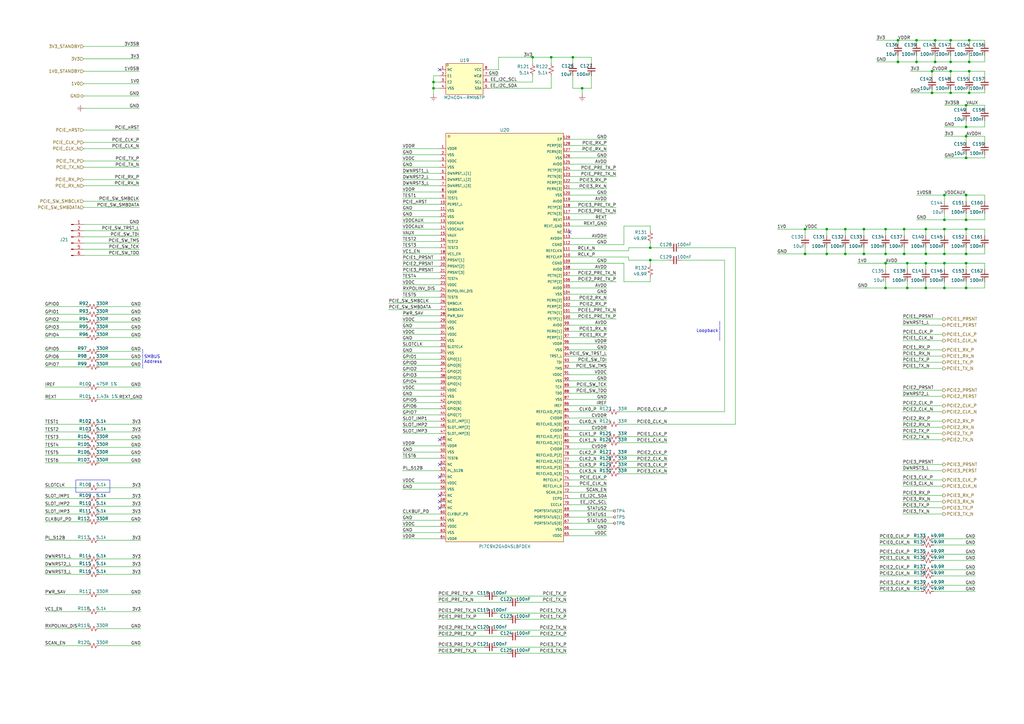
<source format=kicad_sch>
(kicad_sch (version 20250114) (generator "eeschema") (generator_version "9.0")
  (paper "A3")
  (rectangle (start 31.115 196.85) (end 45.085 201.93))
  (text "SMBUS\nAddress" (at 59.055 149.225 0) (effects (font (size 1.27 1.27)) (justify left bottom)))
  (text "Loopback" (at 294.64 136.525 0) (effects (font (size 1.27 1.27)) (justify right bottom)))
  (text "|\n|\n|\n|" (at 295.91 139.7 0) (effects (font (size 1.27 1.27)) (justify right bottom)))
  (text "|\n|\n|\n|" (at 57.785 151.13 0) (effects (font (size 1.27 1.27)) (justify left bottom)))
  (junction (at 379.73 118.11))
  (junction (at 368.3 16.51))
  (junction (at 389.89 29.21))
  (junction (at 354.33 104.14))
  (junction (at 383.54 16.51))
  (junction (at 354.33 93.98))
  (junction (at 396.24 43.18))
  (junction (at 383.54 25.4))
  (junction (at 389.89 25.4))
  (junction (at 363.22 93.98))
  (junction (at 266.7 101.6))
  (junction (at 226.06 23.495))
  (junction (at 375.92 16.51))
  (junction (at 387.35 118.11))
  (junction (at 370.84 93.98))
  (junction (at 387.35 90.17))
  (junction (at 379.73 93.98))
  (junction (at 339.09 104.14))
  (junction (at 396.24 90.17))
  (junction (at 346.71 93.98))
  (junction (at 382.27 29.21))
  (junction (at 368.3 25.4))
  (junction (at 363.22 104.14))
  (junction (at 382.27 38.1))
  (junction (at 387.35 80.01))
  (junction (at 397.51 29.21))
  (junction (at 387.35 104.14))
  (junction (at 330.2 93.98))
  (junction (at 238.76 36.195))
  (junction (at 266.7 106.68))
  (junction (at 363.22 107.95))
  (junction (at 396.24 55.88))
  (junction (at 397.51 25.4))
  (junction (at 234.95 23.495))
  (junction (at 389.89 16.51))
  (junction (at 372.11 118.11))
  (junction (at 396.24 93.98))
  (junction (at 330.2 104.14))
  (junction (at 363.22 118.11))
  (junction (at 396.24 52.07))
  (junction (at 387.35 107.95))
  (junction (at 397.51 16.51))
  (junction (at 397.51 38.1))
  (junction (at 177.8 36.195))
  (junction (at 375.92 25.4))
  (junction (at 396.24 118.11))
  (junction (at 389.89 38.1))
  (junction (at 379.73 107.95))
  (junction (at 339.09 93.98))
  (junction (at 396.24 104.14))
  (junction (at 370.84 104.14))
  (junction (at 177.8 33.655))
  (junction (at 218.44 23.495))
  (junction (at 346.71 104.14))
  (junction (at 396.24 64.77))
  (junction (at 396.24 107.95))
  (junction (at 379.73 104.14))
  (junction (at 372.11 107.95))
  (junction (at 396.24 80.01))
  (junction (at 387.35 93.98))
  (no_connect (at 180.34 205.74))
  (no_connect (at 180.34 208.28))
  (no_connect (at 180.34 203.2))
  (no_connect (at 180.34 28.575))
  (no_connect (at 180.34 190.5))
  (no_connect (at 180.34 180.34))
  (no_connect (at 233.68 95.25))
  (no_connect (at 180.34 195.58))
  (wire (pts (xy 177.8 31.115) (xy 177.8 33.655)))
  (wire (pts (xy 35.56 213.995) (xy 18.415 213.995)))
  (wire (pts (xy 396.24 52.07) (xy 403.86 52.07)))
  (wire (pts (xy 179.705 267.97) (xy 208.28 267.97)))
  (wire (pts (xy 318.77 104.14) (xy 330.2 104.14)))
  (wire (pts (xy 165.1 60.96) (xy 180.34 60.96)))
  (wire (pts (xy 57.15 58.42) (xy 34.29 58.42)))
  (wire (pts (xy 403.86 44.45) (xy 403.86 43.18)))
  (wire (pts (xy 57.15 85.09) (xy 34.29 85.09)))
  (wire (pts (xy 40.64 135.255) (xy 57.785 135.255)))
  (wire (pts (xy 40.64 186.69) (xy 57.785 186.69)))
  (wire (pts (xy 382.27 38.1) (xy 389.89 38.1)))
  (wire (pts (xy 387.35 64.77) (xy 396.24 64.77)))
  (wire (pts (xy 254 194.31) (xy 273.685 194.31)))
  (wire (pts (xy 403.86 104.14) (xy 396.24 104.14)))
  (wire (pts (xy 180.34 149.86) (xy 165.1 149.86)))
  (wire (pts (xy 40.64 232.41) (xy 57.785 232.41)))
  (wire (pts (xy 233.68 171.45) (xy 248.92 171.45)))
  (wire (pts (xy 387.35 101.6) (xy 387.35 104.14)))
  (wire (pts (xy 233.68 153.67) (xy 248.92 153.67)))
  (wire (pts (xy 397.51 25.4) (xy 403.86 25.4)))
  (wire (pts (xy 40.64 257.81) (xy 57.785 257.81)))
  (wire (pts (xy 375.92 17.78) (xy 375.92 16.51)))
  (wire (pts (xy 180.34 198.12) (xy 165.1 198.12)))
  (wire (pts (xy 57.15 66.04) (xy 34.29 66.04)))
  (wire (pts (xy 57.15 60.96) (xy 34.29 60.96)))
  (wire (pts (xy 40.64 229.235) (xy 57.785 229.235)))
  (wire (pts (xy 363.22 107.95) (xy 363.22 110.49)))
  (wire (pts (xy 35.56 229.235) (xy 18.415 229.235)))
  (wire (pts (xy 387.35 115.57) (xy 387.35 118.11)))
  (wire (pts (xy 180.34 101.6) (xy 165.1 101.6)))
  (wire (pts (xy 377.825 223.52) (xy 360.68 223.52)))
  (wire (pts (xy 386.715 210.82) (xy 370.205 210.82)))
  (wire (pts (xy 233.68 85.09) (xy 252.73 85.09)))
  (wire (pts (xy 218.44 33.655) (xy 218.44 31.115)))
  (wire (pts (xy 403.86 118.11) (xy 396.24 118.11)))
  (wire (pts (xy 386.715 148.59) (xy 370.205 148.59)))
  (wire (pts (xy 233.68 82.55) (xy 248.92 82.55)))
  (wire (pts (xy 387.35 107.95) (xy 387.35 110.49)))
  (wire (pts (xy 233.68 67.31) (xy 248.92 67.31)))
  (wire (pts (xy 368.3 22.86) (xy 368.3 25.4)))
  (wire (pts (xy 233.68 87.63) (xy 252.73 87.63)))
  (wire (pts (xy 403.86 115.57) (xy 403.86 118.11)))
  (wire (pts (xy 233.68 125.73) (xy 248.92 125.73)))
  (wire (pts (xy 266.7 101.6) (xy 274.32 101.6)))
  (wire (pts (xy 375.92 80.01) (xy 387.35 80.01)))
  (wire (pts (xy 180.34 91.44) (xy 165.1 91.44)))
  (wire (pts (xy 200.66 36.195) (xy 226.06 36.195)))
  (wire (pts (xy 233.68 207.01) (xy 248.92 207.01)))
  (wire (pts (xy 40.64 207.645) (xy 57.785 207.645)))
  (wire (pts (xy 386.715 208.28) (xy 370.205 208.28)))
  (wire (pts (xy 354.33 93.98) (xy 363.22 93.98)))
  (wire (pts (xy 396.24 55.88) (xy 396.24 58.42)))
  (wire (pts (xy 387.35 80.01) (xy 387.35 82.55)))
  (wire (pts (xy 339.09 101.6) (xy 339.09 104.14)))
  (wire (pts (xy 180.34 177.8) (xy 165.1 177.8)))
  (wire (pts (xy 242.57 31.115) (xy 242.57 36.195)))
  (wire (pts (xy 233.68 217.17) (xy 248.92 217.17)))
  (wire (pts (xy 180.34 93.98) (xy 165.1 93.98)))
  (wire (pts (xy 387.35 90.17) (xy 387.35 87.63)))
  (wire (pts (xy 35.56 243.84) (xy 18.415 243.84)))
  (wire (pts (xy 255.905 107.95) (xy 255.905 115.57)))
  (wire (pts (xy 396.24 55.88) (xy 403.86 55.88)))
  (wire (pts (xy 233.68 140.97) (xy 248.92 140.97)))
  (wire (pts (xy 266.7 115.57) (xy 266.7 113.665)))
  (wire (pts (xy 377.825 227.33) (xy 360.68 227.33)))
  (wire (pts (xy 35.56 207.645) (xy 18.415 207.645)))
  (wire (pts (xy 34.29 97.155) (xy 57.15 97.155)))
  (wire (pts (xy 35.56 135.255) (xy 18.415 135.255)))
  (wire (pts (xy 375.92 16.51) (xy 383.54 16.51)))
  (wire (pts (xy 389.89 16.51) (xy 397.51 16.51)))
  (wire (pts (xy 233.68 77.47) (xy 248.92 77.47)))
  (wire (pts (xy 34.29 102.235) (xy 57.15 102.235)))
  (wire (pts (xy 382.905 223.52) (xy 400.05 223.52)))
  (wire (pts (xy 339.09 93.98) (xy 330.2 93.98)))
  (wire (pts (xy 368.3 16.51) (xy 375.92 16.51)))
  (wire (pts (xy 180.34 142.24) (xy 165.1 142.24)))
  (wire (pts (xy 351.79 118.11) (xy 363.22 118.11)))
  (wire (pts (xy 40.64 210.82) (xy 57.785 210.82)))
  (wire (pts (xy 266.7 92.71) (xy 266.7 94.615)))
  (wire (pts (xy 233.68 209.55) (xy 252.095 209.55)))
  (wire (pts (xy 57.15 68.58) (xy 34.29 68.58)))
  (wire (pts (xy 397.51 31.75) (xy 397.51 29.21)))
  (wire (pts (xy 180.34 99.06) (xy 165.1 99.06)))
  (wire (pts (xy 198.755 258.445) (xy 179.705 258.445)))
  (wire (pts (xy 387.35 104.14) (xy 379.73 104.14)))
  (wire (pts (xy 346.71 96.52) (xy 346.71 93.98)))
  (wire (pts (xy 18.415 158.75) (xy 35.56 158.75)))
  (wire (pts (xy 254 168.91) (xy 297.18 168.91)))
  (wire (pts (xy 233.68 90.17) (xy 248.92 90.17)))
  (wire (pts (xy 396.24 101.6) (xy 396.24 104.14)))
  (wire (pts (xy 387.35 55.88) (xy 396.24 55.88)))
  (wire (pts (xy 386.715 143.51) (xy 370.205 143.51)))
  (wire (pts (xy 40.64 264.795) (xy 57.785 264.795)))
  (wire (pts (xy 351.79 107.95) (xy 363.22 107.95)))
  (wire (pts (xy 386.715 177.8) (xy 370.205 177.8)))
  (wire (pts (xy 279.4 101.6) (xy 301.625 101.6)))
  (wire (pts (xy 254 179.07) (xy 273.685 179.07)))
  (wire (pts (xy 389.89 25.4) (xy 397.51 25.4)))
  (wire (pts (xy 40.64 132.08) (xy 57.785 132.08)))
  (wire (pts (xy 233.68 118.11) (xy 248.92 118.11)))
  (wire (pts (xy 396.24 118.11) (xy 387.35 118.11)))
  (wire (pts (xy 382.905 233.68) (xy 400.05 233.68)))
  (wire (pts (xy 234.95 36.195) (xy 234.95 31.115)))
  (wire (pts (xy 396.24 104.14) (xy 387.35 104.14)))
  (wire (pts (xy 377.825 233.68) (xy 360.68 233.68)))
  (wire (pts (xy 389.89 17.78) (xy 389.89 16.51)))
  (wire (pts (xy 35.56 138.43) (xy 18.415 138.43)))
  (wire (pts (xy 180.34 132.08) (xy 165.1 132.08)))
  (wire (pts (xy 180.34 210.82) (xy 165.1 210.82)))
  (wire (pts (xy 180.34 119.38) (xy 165.1 119.38)))
  (wire (pts (xy 403.86 96.52) (xy 403.86 93.98)))
  (wire (pts (xy 233.68 173.99) (xy 248.92 173.99)))
  (wire (pts (xy 379.73 107.95) (xy 387.35 107.95)))
  (wire (pts (xy 375.92 90.17) (xy 387.35 90.17)))
  (wire (pts (xy 180.34 66.04) (xy 165.1 66.04)))
  (wire (pts (xy 233.68 163.83) (xy 248.92 163.83)))
  (wire (pts (xy 266.7 108.585) (xy 266.7 106.68)))
  (wire (pts (xy 233.68 194.31) (xy 248.92 194.31)))
  (wire (pts (xy 40.64 163.83) (xy 58.42 163.83)))
  (wire (pts (xy 396.24 90.17) (xy 387.35 90.17)))
  (wire (pts (xy 180.34 200.66) (xy 165.1 200.66)))
  (wire (pts (xy 254 186.69) (xy 273.685 186.69)))
  (wire (pts (xy 233.68 166.37) (xy 248.92 166.37)))
  (wire (pts (xy 383.54 22.86) (xy 383.54 25.4)))
  (wire (pts (xy 233.68 115.57) (xy 252.73 115.57)))
  (wire (pts (xy 379.73 110.49) (xy 379.73 107.95)))
  (wire (pts (xy 179.705 260.985) (xy 208.28 260.985)))
  (wire (pts (xy 177.8 36.195) (xy 177.8 38.735)))
  (wire (pts (xy 233.68 212.09) (xy 252.095 212.09)))
  (wire (pts (xy 370.84 93.98) (xy 370.84 96.52)))
  (wire (pts (xy 34.29 99.695) (xy 57.15 99.695)))
  (wire (pts (xy 233.68 161.29) (xy 248.92 161.29)))
  (wire (pts (xy 180.34 218.44) (xy 165.1 218.44)))
  (wire (pts (xy 354.33 101.6) (xy 354.33 104.14)))
  (wire (pts (xy 40.64 213.995) (xy 57.785 213.995)))
  (wire (pts (xy 40.64 144.145) (xy 57.785 144.145)))
  (wire (pts (xy 233.68 158.75) (xy 248.92 158.75)))
  (wire (pts (xy 255.905 115.57) (xy 266.7 115.57)))
  (wire (pts (xy 386.715 180.34) (xy 370.205 180.34)))
  (wire (pts (xy 35.56 257.81) (xy 18.415 257.81)))
  (wire (pts (xy 180.34 111.76) (xy 165.1 111.76)))
  (wire (pts (xy 180.34 172.72) (xy 165.1 172.72)))
  (wire (pts (xy 180.34 86.36) (xy 165.1 86.36)))
  (wire (pts (xy 40.64 158.75) (xy 57.785 158.75)))
  (wire (pts (xy 226.06 23.495) (xy 234.95 23.495)))
  (wire (pts (xy 382.905 242.57) (xy 400.05 242.57)))
  (wire (pts (xy 180.34 129.54) (xy 165.1 129.54)))
  (wire (pts (xy 177.8 33.655) (xy 180.34 33.655)))
  (wire (pts (xy 57.15 82.55) (xy 34.29 82.55)))
  (wire (pts (xy 383.54 17.78) (xy 383.54 16.51)))
  (wire (pts (xy 233.68 146.05) (xy 248.92 146.05)))
  (wire (pts (xy 233.68 156.21) (xy 248.92 156.21)))
  (wire (pts (xy 213.36 254) (xy 232.41 254)))
  (wire (pts (xy 233.68 69.85) (xy 252.73 69.85)))
  (wire (pts (xy 396.24 93.98) (xy 396.24 96.52)))
  (wire (pts (xy 233.68 176.53) (xy 248.92 176.53)))
  (wire (pts (xy 382.27 29.21) (xy 382.27 31.75)))
  (wire (pts (xy 386.715 137.16) (xy 370.205 137.16)))
  (wire (pts (xy 346.71 93.98) (xy 339.09 93.98)))
  (wire (pts (xy 386.715 139.7) (xy 370.205 139.7)))
  (wire (pts (xy 233.68 100.33) (xy 255.905 100.33)))
  (wire (pts (xy 198.755 265.43) (xy 179.705 265.43)))
  (wire (pts (xy 382.905 236.22) (xy 400.05 236.22)))
  (wire (pts (xy 233.68 199.39) (xy 248.92 199.39)))
  (wire (pts (xy 35.56 128.905) (xy 18.415 128.905)))
  (wire (pts (xy 254 191.77) (xy 273.685 191.77)))
  (wire (pts (xy 180.34 175.26) (xy 165.1 175.26)))
  (wire (pts (xy 403.86 22.86) (xy 403.86 25.4)))
  (wire (pts (xy 180.34 193.04) (xy 165.1 193.04)))
  (wire (pts (xy 233.68 105.41) (xy 257.81 105.41)))
  (wire (pts (xy 383.54 16.51) (xy 389.89 16.51)))
  (wire (pts (xy 234.95 36.195) (xy 238.76 36.195)))
  (wire (pts (xy 386.715 166.37) (xy 370.205 166.37)))
  (wire (pts (xy 396.24 107.95) (xy 396.24 110.49)))
  (wire (pts (xy 180.34 96.52) (xy 165.1 96.52)))
  (wire (pts (xy 57.15 73.66) (xy 34.29 73.66)))
  (wire (pts (xy 382.27 29.21) (xy 389.89 29.21)))
  (wire (pts (xy 203.835 251.46) (xy 232.41 251.46)))
  (wire (pts (xy 370.84 104.14) (xy 363.22 104.14)))
  (wire (pts (xy 387.35 118.11) (xy 379.73 118.11)))
  (wire (pts (xy 233.68 204.47) (xy 248.92 204.47)))
  (wire (pts (xy 379.73 118.11) (xy 372.11 118.11)))
  (wire (pts (xy 18.415 163.83) (xy 35.56 163.83)))
  (wire (pts (xy 35.56 180.34) (xy 18.415 180.34)))
  (wire (pts (xy 377.825 240.03) (xy 360.68 240.03)))
  (wire (pts (xy 233.68 219.71) (xy 248.92 219.71)))
  (wire (pts (xy 35.56 204.47) (xy 18.415 204.47)))
  (wire (pts (xy 180.34 63.5) (xy 165.1 63.5)))
  (wire (pts (xy 180.34 121.92) (xy 165.1 121.92)))
  (wire (pts (xy 370.84 101.6) (xy 370.84 104.14)))
  (wire (pts (xy 57.15 34.29) (xy 34.29 34.29)))
  (wire (pts (xy 233.68 151.13) (xy 248.92 151.13)))
  (wire (pts (xy 233.68 57.15) (xy 248.92 57.15)))
  (wire (pts (xy 382.905 220.98) (xy 400.05 220.98)))
  (wire (pts (xy 403.86 31.75) (xy 403.86 29.21)))
  (wire (pts (xy 233.68 181.61) (xy 248.92 181.61)))
  (wire (pts (xy 379.73 93.98) (xy 379.73 96.52)))
  (wire (pts (xy 35.56 232.41) (xy 18.415 232.41)))
  (wire (pts (xy 396.24 80.01) (xy 387.35 80.01)))
  (wire (pts (xy 233.68 189.23) (xy 248.92 189.23)))
  (wire (pts (xy 389.89 36.83) (xy 389.89 38.1)))
  (wire (pts (xy 403.86 63.5) (xy 403.86 64.77)))
  (wire (pts (xy 180.34 147.32) (xy 165.1 147.32)))
  (wire (pts (xy 379.73 93.98) (xy 387.35 93.98)))
  (wire (pts (xy 200.66 28.575) (xy 204.47 28.575)))
  (wire (pts (xy 368.3 25.4) (xy 375.92 25.4)))
  (wire (pts (xy 233.68 110.49) (xy 248.92 110.49)))
  (wire (pts (xy 257.81 105.41) (xy 257.81 106.68)))
  (wire (pts (xy 233.68 214.63) (xy 252.095 214.63)))
  (wire (pts (xy 339.09 104.14) (xy 330.2 104.14)))
  (wire (pts (xy 397.51 36.83) (xy 397.51 38.1)))
  (wire (pts (xy 387.35 43.18) (xy 396.24 43.18)))
  (wire (pts (xy 204.47 28.575) (xy 204.47 23.495)))
  (wire (pts (xy 363.22 93.98) (xy 363.22 96.52)))
  (wire (pts (xy 386.715 193.04) (xy 370.205 193.04)))
  (wire (pts (xy 403.86 80.01) (xy 396.24 80.01)))
  (wire (pts (xy 203.835 244.475) (xy 232.41 244.475)))
  (wire (pts (xy 233.68 123.19) (xy 248.92 123.19)))
  (wire (pts (xy 301.625 101.6) (xy 301.625 173.99)))
  (wire (pts (xy 180.34 88.9) (xy 165.1 88.9)))
  (wire (pts (xy 180.34 109.22) (xy 165.1 109.22)))
  (wire (pts (xy 40.64 235.585) (xy 57.785 235.585)))
  (wire (pts (xy 389.89 38.1) (xy 397.51 38.1)))
  (wire (pts (xy 40.64 221.615) (xy 57.785 221.615)))
  (wire (pts (xy 40.64 183.515) (xy 57.785 183.515)))
  (wire (pts (xy 180.34 170.18) (xy 165.1 170.18)))
  (wire (pts (xy 40.64 243.84) (xy 57.785 243.84)))
  (wire (pts (xy 177.8 36.195) (xy 180.34 36.195)))
  (wire (pts (xy 180.34 167.64) (xy 165.1 167.64)))
  (wire (pts (xy 386.715 205.74) (xy 370.205 205.74)))
  (wire (pts (xy 40.64 180.34) (xy 57.785 180.34)))
  (wire (pts (xy 180.34 73.66) (xy 165.1 73.66)))
  (wire (pts (xy 35.56 186.69) (xy 18.415 186.69)))
  (wire (pts (xy 370.84 93.98) (xy 379.73 93.98)))
  (wire (pts (xy 234.95 23.495) (xy 234.95 26.035)))
  (wire (pts (xy 226.06 23.495) (xy 226.06 26.035)))
  (wire (pts (xy 233.68 201.93) (xy 248.92 201.93)))
  (wire (pts (xy 35.56 132.08) (xy 18.415 132.08)))
  (wire (pts (xy 35.56 183.515) (xy 18.415 183.515)))
  (wire (pts (xy 255.905 92.71) (xy 266.7 92.71)))
  (wire (pts (xy 375.92 25.4) (xy 383.54 25.4)))
  (wire (pts (xy 386.715 146.05) (xy 370.205 146.05)))
  (wire (pts (xy 386.715 175.26) (xy 370.205 175.26)))
  (wire (pts (xy 242.57 23.495) (xy 234.95 23.495)))
  (wire (pts (xy 34.29 92.075) (xy 57.15 92.075)))
  (wire (pts (xy 35.56 264.795) (xy 18.415 264.795)))
  (wire (pts (xy 233.68 138.43) (xy 248.92 138.43)))
  (wire (pts (xy 233.68 74.93) (xy 248.92 74.93)))
  (wire (pts (xy 339.09 93.98) (xy 339.09 96.52)))
  (wire (pts (xy 379.73 115.57) (xy 379.73 118.11)))
  (wire (pts (xy 233.68 72.39) (xy 252.73 72.39)))
  (wire (pts (xy 180.34 114.3) (xy 165.1 114.3)))
  (wire (pts (xy 386.715 168.91) (xy 370.205 168.91)))
  (wire (pts (xy 254 173.99) (xy 301.625 173.99)))
  (wire (pts (xy 180.34 116.84) (xy 165.1 116.84)))
  (wire (pts (xy 233.68 102.87) (xy 257.81 102.87)))
  (wire (pts (xy 359.41 25.4) (xy 368.3 25.4)))
  (wire (pts (xy 233.68 59.69) (xy 248.92 59.69)))
  (wire (pts (xy 180.34 185.42) (xy 165.1 185.42)))
  (wire (pts (xy 346.71 93.98) (xy 354.33 93.98)))
  (wire (pts (xy 233.68 80.01) (xy 248.92 80.01)))
  (wire (pts (xy 238.76 36.195) (xy 242.57 36.195)))
  (wire (pts (xy 382.27 36.83) (xy 382.27 38.1)))
  (wire (pts (xy 382.905 227.33) (xy 400.05 227.33)))
  (wire (pts (xy 40.64 128.905) (xy 57.785 128.905)))
  (wire (pts (xy 233.68 107.95) (xy 255.905 107.95)))
  (wire (pts (xy 257.81 101.6) (xy 257.81 102.87)))
  (wire (pts (xy 159.385 124.46) (xy 180.34 124.46)))
  (wire (pts (xy 180.34 144.78) (xy 165.1 144.78)))
  (wire (pts (xy 233.68 135.89) (xy 248.92 135.89)))
  (wire (pts (xy 238.76 36.195) (xy 238.76 38.735)))
  (wire (pts (xy 180.34 182.88) (xy 165.1 182.88)))
  (wire (pts (xy 233.68 62.23) (xy 248.92 62.23)))
  (wire (pts (xy 180.34 165.1) (xy 165.1 165.1)))
  (wire (pts (xy 180.34 215.9) (xy 165.1 215.9)))
  (wire (pts (xy 233.68 186.69) (xy 248.92 186.69)))
  (wire (pts (xy 403.86 90.17) (xy 396.24 90.17)))
  (wire (pts (xy 233.68 143.51) (xy 248.92 143.51)))
  (wire (pts (xy 372.11 118.11) (xy 363.22 118.11)))
  (wire (pts (xy 403.86 17.78) (xy 403.86 16.51)))
  (wire (pts (xy 370.205 160.02) (xy 386.715 160.02)))
  (wire (pts (xy 368.3 16.51) (xy 368.3 17.78)))
  (wire (pts (xy 180.34 157.48) (xy 165.1 157.48)))
  (wire (pts (xy 363.22 101.6) (xy 363.22 104.14)))
  (wire (pts (xy 198.755 251.46) (xy 179.705 251.46)))
  (wire (pts (xy 396.24 63.5) (xy 396.24 64.77)))
  (wire (pts (xy 377.825 236.22) (xy 360.68 236.22)))
  (wire (pts (xy 318.77 93.98) (xy 330.2 93.98)))
  (wire (pts (xy 40.64 177.165) (xy 57.785 177.165)))
  (wire (pts (xy 35.56 150.495) (xy 18.415 150.495)))
  (wire (pts (xy 34.29 104.775) (xy 57.15 104.775)))
  (wire (pts (xy 213.36 267.97) (xy 232.41 267.97)))
  (wire (pts (xy 372.11 115.57) (xy 372.11 118.11)))
  (wire (pts (xy 177.8 33.655) (xy 177.8 36.195)))
  (wire (pts (xy 363.22 118.11) (xy 363.22 115.57)))
  (wire (pts (xy 180.34 162.56) (xy 165.1 162.56)))
  (wire (pts (xy 40.64 150.495) (xy 57.785 150.495)))
  (wire (pts (xy 403.86 101.6) (xy 403.86 104.14)))
  (wire (pts (xy 403.86 93.98) (xy 396.24 93.98)))
  (wire (pts (xy 354.33 104.14) (xy 346.71 104.14)))
  (wire (pts (xy 57.15 29.21) (xy 34.29 29.21)))
  (wire (pts (xy 279.4 106.68) (xy 297.18 106.68)))
  (wire (pts (xy 180.34 81.28) (xy 165.1 81.28)))
  (wire (pts (xy 397.51 29.21) (xy 403.86 29.21)))
  (wire (pts (xy 40.64 147.32) (xy 57.785 147.32)))
  (wire (pts (xy 35.56 144.145) (xy 18.415 144.145)))
  (wire (pts (xy 40.64 204.47) (xy 57.785 204.47)))
  (wire (pts (xy 396.24 115.57) (xy 396.24 118.11)))
  (wire (pts (xy 389.89 31.75) (xy 389.89 29.21)))
  (wire (pts (xy 233.68 191.77) (xy 248.92 191.77)))
  (wire (pts (xy 180.34 152.4) (xy 165.1 152.4)))
  (wire (pts (xy 180.34 106.68) (xy 165.1 106.68)))
  (wire (pts (xy 40.64 125.73) (xy 57.785 125.73)))
  (wire (pts (xy 373.38 38.1) (xy 382.27 38.1)))
  (wire (pts (xy 35.56 189.865) (xy 18.415 189.865)))
  (wire (pts (xy 255.905 100.33) (xy 255.905 92.71)))
  (wire (pts (xy 389.89 29.21) (xy 397.51 29.21)))
  (wire (pts (xy 35.56 235.585) (xy 18.415 235.585)))
  (wire (pts (xy 180.34 213.36) (xy 165.1 213.36)))
  (wire (pts (xy 233.68 148.59) (xy 248.92 148.59)))
  (wire (pts (xy 233.68 196.85) (xy 248.92 196.85)))
  (wire (pts (xy 403.86 82.55) (xy 403.86 80.01)))
  (wire (pts (xy 396.24 43.18) (xy 396.24 44.45)))
  (wire (pts (xy 18.415 177.165) (xy 35.56 177.165)))
  (wire (pts (xy 200.66 33.655) (xy 218.44 33.655)))
  (wire (pts (xy 397.51 16.51) (xy 403.86 16.51)))
  (wire (pts (xy 242.57 26.035) (xy 242.57 23.495)))
  (wire (pts (xy 387.35 93.98) (xy 396.24 93.98)))
  (wire (pts (xy 35.56 250.825) (xy 18.415 250.825)))
  (wire (pts (xy 379.73 104.14) (xy 370.84 104.14)))
  (wire (pts (xy 180.34 78.74) (xy 165.1 78.74)))
  (wire (pts (xy 233.68 97.79) (xy 248.92 97.79)))
  (wire (pts (xy 373.38 29.21) (xy 382.27 29.21)))
  (wire (pts (xy 386.715 162.56) (xy 370.205 162.56)))
  (wire (pts (xy 397.51 38.1) (xy 403.86 38.1)))
  (wire (pts (xy 387.35 107.95) (xy 396.24 107.95)))
  (wire (pts (xy 180.34 139.7) (xy 165.1 139.7)))
  (wire (pts (xy 35.56 221.615) (xy 18.415 221.615)))
  (wire (pts (xy 35.56 200.025) (xy 18.415 200.025)))
  (wire (pts (xy 57.15 19.05) (xy 34.29 19.05)))
  (wire (pts (xy 57.15 24.13) (xy 34.29 24.13)))
  (wire (pts (xy 218.44 23.495) (xy 226.06 23.495)))
  (wire (pts (xy 34.29 94.615) (xy 57.15 94.615)))
  (wire (pts (xy 389.89 22.86) (xy 389.89 25.4)))
  (wire (pts (xy 40.64 173.99) (xy 57.785 173.99)))
  (wire (pts (xy 233.68 133.35) (xy 248.92 133.35)))
  (wire (pts (xy 387.35 52.07) (xy 396.24 52.07)))
  (wire (pts (xy 387.35 93.98) (xy 387.35 96.52)))
  (wire (pts (xy 165.1 68.58) (xy 180.34 68.58)))
  (wire (pts (xy 397.51 17.78) (xy 397.51 16.51)))
  (wire (pts (xy 203.835 265.43) (xy 232.41 265.43)))
  (wire (pts (xy 180.34 220.98) (xy 165.1 220.98)))
  (wire (pts (xy 386.715 133.35) (xy 370.205 133.35)))
  (wire (pts (xy 396.24 43.18) (xy 403.86 43.18)))
  (wire (pts (xy 403.86 58.42) (xy 403.86 55.88)))
  (wire (pts (xy 35.56 147.32) (xy 18.415 147.32)))
  (wire (pts (xy 386.715 199.39) (xy 370.205 199.39)))
  (wire (pts (xy 403.86 87.63) (xy 403.86 90.17)))
  (wire (pts (xy 363.22 93.98) (xy 370.84 93.98)))
  (wire (pts (xy 159.385 127) (xy 180.34 127)))
  (wire (pts (xy 379.73 101.6) (xy 379.73 104.14)))
  (wire (pts (xy 35.56 173.99) (xy 18.415 173.99)))
  (wire (pts (xy 213.36 260.985) (xy 232.41 260.985)))
  (wire (pts (xy 330.2 104.14) (xy 330.2 101.6)))
  (wire (pts (xy 233.68 92.71) (xy 248.92 92.71)))
  (wire (pts (xy 257.81 106.68) (xy 266.7 106.68)))
  (wire (pts (xy 403.86 107.95) (xy 403.86 110.49)))
  (wire (pts (xy 57.15 53.34) (xy 34.29 53.34)))
  (wire (pts (xy 266.7 99.695) (xy 266.7 101.6)))
  (wire (pts (xy 200.66 31.115) (xy 204.47 31.115)))
  (wire (pts (xy 254 189.23) (xy 273.685 189.23)))
  (wire (pts (xy 233.68 113.03) (xy 252.73 113.03)))
  (wire (pts (xy 396.24 87.63) (xy 396.24 90.17)))
  (wire (pts (xy 180.34 31.115) (xy 177.8 31.115)))
  (wire (pts (xy 379.73 107.95) (xy 372.11 107.95)))
  (wire (pts (xy 377.825 242.57) (xy 360.68 242.57)))
  (wire (pts (xy 213.36 247.015) (xy 232.41 247.015)))
  (wire (pts (xy 383.54 25.4) (xy 389.89 25.4)))
  (wire (pts (xy 40.64 138.43) (xy 57.785 138.43)))
  (wire (pts (xy 257.81 101.6) (xy 266.7 101.6)))
  (wire (pts (xy 57.15 44.45) (xy 34.29 44.45)))
  (wire (pts (xy 233.68 130.81) (xy 252.73 130.81)))
  (wire (pts (xy 386.715 203.2) (xy 370.205 203.2)))
  (wire (pts (xy 396.24 49.53) (xy 396.24 52.07)))
  (wire (pts (xy 397.51 22.86) (xy 397.51 25.4)))
  (wire (pts (xy 359.41 16.51) (xy 368.3 16.51)))
  (wire (pts (xy 180.34 160.02) (xy 165.1 160.02)))
  (wire (pts (xy 35.56 125.73) (xy 18.415 125.73)))
  (wire (pts (xy 386.715 172.72) (xy 370.205 172.72)))
  (wire (pts (xy 180.34 134.62) (xy 165.1 134.62)))
  (wire (pts (xy 179.705 247.015) (xy 208.28 247.015)))
  (wire (pts (xy 377.825 229.87) (xy 360.68 229.87)))
  (wire (pts (xy 180.34 187.96) (xy 165.1 187.96)))
  (wire (pts (xy 198.755 244.475) (xy 179.705 244.475)))
  (wire (pts (xy 233.68 64.77) (xy 248.92 64.77)))
  (wire (pts (xy 372.11 107.95) (xy 372.11 110.49)))
  (wire (pts (xy 354.33 93.98) (xy 354.33 96.52)))
  (wire (pts (xy 40.64 189.865) (xy 57.785 189.865)))
  (wire (pts (xy 396.24 107.95) (xy 403.86 107.95)))
  (wire (pts (xy 360.68 220.98) (xy 377.825 220.98)))
  (wire (pts (xy 297.18 106.68) (xy 297.18 168.91)))
  (wire (pts (xy 370.205 130.81) (xy 386.715 130.81)))
  (wire (pts (xy 180.34 71.12) (xy 165.1 71.12)))
  (wire (pts (xy 396.24 64.77) (xy 403.86 64.77)))
  (wire (pts (xy 372.11 107.95) (xy 363.22 107.95)))
  (wire (pts (xy 233.68 184.15) (xy 248.92 184.15)))
  (wire (pts (xy 386.715 196.85) (xy 370.205 196.85)))
  (wire (pts (xy 233.68 120.65) (xy 248.92 120.65)))
  (wire (pts (xy 218.44 23.495) (xy 218.44 26.035)))
  (wire (pts (xy 396.24 80.01) (xy 396.24 82.55)))
  (wire (pts (xy 346.71 101.6) (xy 346.71 104.14)))
  (wire (pts (xy 179.705 254) (xy 208.28 254)))
  (wire (pts (xy 386.715 151.13) (xy 370.205 151.13)))
  (wire (pts (xy 330.2 93.98) (xy 330.2 96.52)))
  (wire (pts (xy 57.15 76.2) (xy 34.29 76.2)))
  (wire (pts (xy 40.64 250.825) (xy 57.785 250.825)))
  (wire (pts (xy 204.47 23.495) (xy 218.44 23.495)))
  (wire (pts (xy 180.34 137.16) (xy 165.1 137.16)))
  (wire (pts (xy 403.86 36.83) (xy 403.86 38.1)))
  (wire (pts (xy 180.34 76.2) (xy 165.1 76.2)))
  (wire (pts (xy 226.06 36.195) (xy 226.06 31.115)))
  (wire (pts (xy 382.905 229.87) (xy 400.05 229.87)))
  (wire (pts (xy 346.71 104.14) (xy 339.09 104.14)))
  (wire (pts (xy 233.68 168.91) (xy 248.92 168.91)))
  (wire (pts (xy 363.22 104.14) (xy 354.33 104.14)))
  (wire (pts (xy 254 181.61) (xy 273.685 181.61)))
  (wire (pts (xy 370.205 190.5) (xy 386.715 190.5)))
  (wire (pts (xy 233.68 179.07) (xy 248.92 179.07)))
  (wire (pts (xy 203.835 258.445) (xy 232.41 258.445)))
  (wire (pts (xy 180.34 154.94) (xy 165.1 154.94)))
  (wire (pts (xy 57.15 39.37) (xy 34.29 39.37)))
  (wire (pts (xy 403.86 49.53) (xy 403.86 52.07)))
  (wire (pts (xy 233.68 128.27) (xy 252.73 128.27)))
  (wire (pts (xy 382.905 240.03) (xy 400.05 240.03)))
  (wire (pts (xy 266.7 106.68) (xy 274.32 106.68)))
  (wire (pts (xy 180.34 83.82) (xy 165.1 83.82)))
  (wire (pts (xy 375.92 22.86) (xy 375.92 25.4)))
  (wire (pts (xy 180.34 104.14) (xy 165.1 104.14)))
  (wire (pts (xy 35.56 210.82) (xy 18.415 210.82)))
  (wire (pts (xy 40.64 200.025) (xy 57.785 200.025)))
  (label "VDDCAUX" (at 165.1 93.98 0))
  (label "IREF" (at 18.415 158.75 0))
  (label "STATUS1" (at 248.92 212.09 180))
  (label "GPIO3" (at 18.415 135.255 0))
  (label "GND" (at 400.05 233.68 180))
  (label "PCIE1_PRE_TX_N" (at 252.73 128.27 180))
  (label "GND" (at 57.785 257.81 180))
  (label "PCIE0_CLK_N" (at 273.685 173.99 180))
  (label "GND" (at 165.1 200.66 0))
  (label "SCAN_EN" (at 18.415 264.795 0))
  (label "1V0SB" (at 57.15 29.21 180))
  (label "VDDC" (at 330.2 93.98 0))
  (label "GND" (at 248.92 64.77 180))
  (label "PCIE3_CLK_N" (at 370.205 199.39 0))
  (label "VDDC" (at 248.92 153.67 180))
  (label "VC1_EN" (at 18.415 250.825 0))
  (label "VDDR" (at 165.1 60.96 0))
  (label "3V3" (at 57.785 221.615 180))
  (label "SLOTCLK" (at 18.415 200.025 0))
  (label "CLK1_N" (at 237.49 181.61 0))
  (label "VAUX" (at 396.24 43.18 0))
  (label "PCIE0_CLK_P" (at 360.68 220.98 0))
  (label "GPIO2" (at 18.415 132.08 0))
  (label "PCIE_CLK_P" (at 57.15 58.42 180))
  (label "PCIE_RX_P" (at 248.92 59.69 180))
  (label "PCIE_RX_N" (at 248.92 62.23 180))
  (label "PCIE3_CLK_P" (at 360.68 240.03 0))
  (label "GND" (at 318.77 104.14 0))
  (label "GND" (at 248.92 57.15 180))
  (label "CLK0_P" (at 237.49 168.91 0))
  (label "GND" (at 248.92 100.33 180))
  (label "1V0" (at 57.15 34.29 180))
  (label "GPIO6" (at 18.415 147.32 0))
  (label "PCIE_TX_N" (at 57.15 68.58 180))
  (label "PCIE2_PRE_TX_N" (at 179.705 258.445 0))
  (label "GND" (at 400.05 227.33 180))
  (label "GND" (at 57.785 138.43 180))
  (label "DWNRST2_L" (at 370.205 162.56 0))
  (label "PL_512B" (at 18.415 221.615 0))
  (label "PCIE2_RX_N" (at 370.205 175.26 0))
  (label "GND" (at 165.1 86.36 0))
  (label "PCIE2_TX_N" (at 232.41 258.445 180))
  (label "PCIE1_CLK_N" (at 360.68 229.87 0))
  (label "STATUS0" (at 248.92 214.63 180))
  (label "GND" (at 165.1 144.78 0))
  (label "GND" (at 375.92 90.17 0))
  (label "PCIE1_PRE_TX_P" (at 179.705 254 0))
  (label "GND" (at 165.1 63.5 0))
  (label "PCIE_SW_SMBDATA" (at 57.15 85.09 180))
  (label "PCIE1_RX_N" (at 248.92 135.89 180))
  (label "VDDR" (at 165.1 182.88 0))
  (label "PCIE3_PRSNT" (at 165.1 111.76 0))
  (label "GND" (at 400.05 236.22 180))
  (label "CLKBUF_PD" (at 165.1 210.82 0))
  (label "GND" (at 57.785 264.795 180))
  (label "GND" (at 57.785 243.84 180))
  (label "GND" (at 57.785 135.255 180))
  (label "VDDC" (at 165.1 160.02 0))
  (label "PCIE_nRST" (at 165.1 83.82 0))
  (label "TEST5" (at 18.415 186.69 0))
  (label "3V3" (at 57.785 200.025 180))
  (label "3V3" (at 57.785 207.645 180))
  (label "GND" (at 400.05 223.52 180))
  (label "PCIE3_CLK_P" (at 273.685 191.77 180))
  (label "AVDD" (at 248.92 110.49 180))
  (label "CLK2_P" (at 237.49 186.69 0))
  (label "GND" (at 165.1 134.62 0))
  (label "CLK2_N" (at 237.49 189.23 0))
  (label "TEST2" (at 18.415 177.165 0))
  (label "PCIE1_CLK_N" (at 273.685 181.61 180))
  (label "PCIE_PRE_TX_N" (at 252.73 72.39 180))
  (label "TEST5" (at 165.1 121.92 0))
  (label "PCIE_PRE_TX_P" (at 252.73 69.85 180))
  (label "CVDDR" (at 248.92 171.45 180))
  (label "PCIE3_RX_P" (at 248.92 74.93 180))
  (label "TEST6" (at 165.1 187.96 0))
  (label "3V3" (at 387.35 55.88 0))
  (label "VDDC" (at 165.1 132.08 0))
  (label "SLOT_IMP1" (at 165.1 172.72 0))
  (label "AVDD" (at 248.92 67.31 180))
  (label "PCIE3_PRSNT" (at 370.205 190.5 0))
  (label "3V3" (at 373.38 29.21 0))
  (label "VDDC" (at 165.1 215.9 0))
  (label "CVDDR" (at 248.92 184.15 180))
  (label "PCIE0_CLK_P" (at 273.685 168.91 180))
  (label "PCIE3_CLK_P" (at 370.205 196.85 0))
  (label "PCIE2_TX_N" (at 370.205 180.34 0))
  (label "PWR_SAV" (at 18.415 243.84 0))
  (label "PCIE2_RX_P" (at 248.92 125.73 180))
  (label "PCIE_SW_TRST_L" (at 248.92 146.05 180))
  (label "EE_I2C_SDA" (at 212.09 36.195 180))
  (label "GND" (at 248.92 80.01 180))
  (label "DWNRST1_L" (at 18.415 229.235 0))
  (label "AVDDH" (at 248.92 97.79 180))
  (label "REXT_GND" (at 248.92 92.71 180))
  (label "DWNRST3_L" (at 165.1 76.2 0))
  (label "PCIE3_RX_N" (at 370.205 205.74 0))
  (label "EE_I2C_SCL" (at 248.92 207.01 180))
  (label "CLKBUF_PD" (at 18.415 213.995 0))
  (label "PCIE1_PRSNT" (at 165.1 106.68 0))
  (label "REXT" (at 18.415 163.83 0))
  (label "GND" (at 57.785 147.32 180))
  (label "GPIO1" (at 165.1 147.32 0))
  (label "CLK1_P" (at 237.49 179.07 0))
  (label "GND" (at 165.1 88.9 0))
  (label "PCIE1_TX_P" (at 370.205 148.59 0))
  (label "PCIE3_RX_P" (at 370.205 203.2 0))
  (label "PCIE_SW_TMS" (at 248.92 151.13 180))
  (label "PL_512B" (at 165.1 193.04 0))
  (label "SLOT_IMP3" (at 18.415 210.82 0))
  (label "GND" (at 57.785 213.995 180))
  (label "GPIO2" (at 165.1 152.4 0))
  (label "PCIE_PRE_TX_P" (at 179.705 244.475 0))
  (label "PCIE_RX_N" (at 57.15 76.2 180))
  (label "GND" (at 248.92 107.95 180))
  (label "GND" (at 57.785 150.495 180))
  (label "PCIE1_RX_P" (at 370.205 143.51 0))
  (label "PCIE1_CLK_P" (at 360.68 227.33 0))
  (label "GND" (at 57.785 128.905 180))
  (label "GND" (at 387.35 64.77 0))
  (label "PWR_SAV" (at 165.1 129.54 0))
  (label "DWNRST1_L" (at 370.205 133.35 0))
  (label "PCIE2_PRE_TX_P" (at 252.73 115.57 180))
  (label "PCIE1_TX_P" (at 232.41 254 180))
  (label "DWNRST1_L" (at 165.1 71.12 0))
  (label "GND" (at 165.1 162.56 0))
  (label "GND" (at 400.05 242.57 180))
  (label "PCIE3_PRE_TX_P" (at 252.73 85.09 180))
  (label "GND" (at 57.785 189.865 180))
  (label "SLOT_IMP2" (at 165.1 175.26 0))
  (label "GND" (at 248.92 120.65 180))
  (label "AVDD" (at 248.92 82.55 180))
  (label "PCIE_SW_SMBCLK" (at 57.15 82.55 180))
  (label "PCIE1_PRE_TX_P" (at 252.73 130.81 180))
  (label "GND" (at 165.1 218.44 0))
  (label "SLOTCLK" (at 165.1 142.24 0))
  (label "3V3" (at 57.785 204.47 180))
  (label "RXPOLINV_DIS" (at 18.415 257.81 0))
  (label "3V3SB" (at 387.35 43.18 0))
  (label "VDDC" (at 165.1 198.12 0))
  (label "DWNRST2_L" (at 18.415 232.41 0))
  (label "PCIE2_RX_N" (at 248.92 123.19 180))
  (label "GPIO3" (at 165.1 154.94 0))
  (label "PCIE1_TX_N" (at 370.205 151.13 0))
  (label "GPIO1" (at 18.415 128.905 0))
  (label "AVDD" (at 248.92 118.11 180))
  (label "GND" (at 165.1 139.7 0))
  (label "GND" (at 351.79 118.11 0))
  (label "REXT" (at 248.92 90.17 180))
  (label "TEST6" (at 18.415 189.865 0))
  (label "GND" (at 400.05 220.98 180))
  (label "PCIE_SW_TRST_L" (at 57.15 94.615 180))
  (label "PCIE3_CLK_N" (at 273.685 194.31 180))
  (label "GND" (at 248.92 217.17 180))
  (label "AVDDH" (at 396.24 55.88 0))
  (label "TEST3" (at 165.1 101.6 0))
  (label "CLK3_N" (at 237.49 194.31 0))
  (label "GND" (at 57.785 180.34 180))
  (label "VDDCAUX" (at 165.1 91.44 0))
  (label "GND" (at 248.92 163.83 180))
  (label "TEST4" (at 18.415 183.515 0))
  (label "GPIO4" (at 165.1 157.48 0))
  (label "GND" (at 204.47 31.115 180))
  (label "3V3" (at 218.44 23.495 180))
  (label "VC1_EN" (at 165.1 104.14 0))
  (label "SLOT_IMP1" (at 18.415 204.47 0))
  (label "3V3" (at 57.785 177.165 180))
  (label "3V3" (at 57.785 210.82 180))
  (label "VDDR" (at 165.1 220.98 0))
  (label "GND" (at 57.15 92.075 180))
  (label "1V0" (at 318.77 93.98 0))
  (label "AVDD" (at 248.92 133.35 180))
  (label "PCIE3_PRE_TX_N" (at 252.73 87.63 180))
  (label "PCIE2_PRE_TX_N" (at 252.73 113.03 180))
  (label "GND" (at 373.38 38.1 0))
  (label "PCIE2_CLK_P" (at 360.68 233.68 0))
  (label "RCLK_N" (at 236.855 102.87 0))
  (label "SCAN_EN" (at 248.92 201.93 180))
  (label "VDDR" (at 165.1 78.74 0))
  (label "PCIE_PRE_TX_N" (at 179.705 247.015 0))
  (label "3V3" (at 57.15 24.13 180))
  (label "PCIE_TX_P" (at 232.41 244.475 180))
  (label "PCIE2_CLK_P" (at 273.685 186.69 180))
  (label "TEST1" (at 165.1 81.28 0))
  (label "GND" (at 400.05 240.03 180))
  (label "GPIO7" (at 165.1 170.18 0))
  (label "PCIE1_TX_N" (at 232.41 251.46 180))
  (label "PCIE_SW_TDI" (at 248.92 148.59 180))
  (label "3V3" (at 57.785 232.41 180))
  (label "PCIE2_PRSNT" (at 370.205 160.02 0))
  (label "CVDDR" (at 248.92 176.53 180))
  (label "GPIO0" (at 165.1 149.86 0))
  (label "PCIE_SW_SMBDATA" (at 159.385 127 0))
  (label "PCIE1_PRE_TX_N" (at 179.705 251.46 0))
  (label "PCIE2_PRE_TX_P" (at 179.705 260.985 0))
  (label "PCIE_CLK_N" (at 248.92 199.39 180))
  (label "PCIE2_TX_P" (at 370.205 177.8 0))
  (label "VDDC" (at 165.1 66.04 0))
  (label "GPIO5" (at 165.1 165.1 0))
  (label "PCIE3_TX_P" (at 232.41 265.43 180))
  (label "VDDR" (at 248.92 140.97 180))
  (label "PCIE0_CLK_N" (at 360.68 223.52 0))
  (label "TEST4" (at 165.1 114.3 0))
  (label "RCLK_P" (at 236.855 105.41 0))
  (label "PCIE_SW_TCK" (at 57.15 102.235 180))
  (label "SLOT_IMP3" (at 165.1 177.8 0))
  (label "PCIE_TX_N" (at 232.41 247.015 180))
  (label "PCIE3_TX_N" (at 370.205 210.82 0))
  (label "PCIE_SW_SMBCLK" (at 159.385 124.46 0))
  (label "PCIE_nRST" (at 57.15 53.34 180))
  (label "GND" (at 57.785 186.69 180))
  (label "PCIE2_CLK_N" (at 370.205 168.91 0))
  (label "PCIE1_CLK_N" (at 370.205 139.7 0))
  (label "SLOT_IMP2" (at 18.415 207.645 0))
  (label "PCIE1_CLK_P" (at 273.685 179.07 180))
  (label "GND" (at 57.15 39.37 180))
  (label "RXPOLINV_DIS" (at 165.1 119.38 0))
  (label "DWNRST3_L" (at 18.415 235.585 0))
  (label "PCIE_TX_P" (at 57.15 66.04 180))
  (label "VDDR" (at 368.3 16.51 0))
  (label "TEST1" (at 18.415 173.99 0))
  (label "VDDC" (at 165.1 137.16 0))
  (label "1V0SB" (at 375.92 80.01 0))
  (label "PCIE2_CLK_N" (at 360.68 236.22 0))
  (label "CLK0_N" (at 237.49 173.99 0))
  (label "PCIE3_PRE_TX_N" (at 179.705 267.97 0))
  (label "GND" (at 248.92 156.21 180))
  (label "EE_I2C_SDA" (at 248.92 204.47 180))
  (label "PCIE2_RX_P" (at 370.205 172.72 0))
  (label "GND" (at 57.785 125.73 180))
  (label "3V3" (at 57.785 235.585 180))
  (label "PCIE3_TX_N" (at 232.41 267.97 180))
  (label "PCIE1_RX_N" (at 370.205 146.05 0))
  (label "GPIO5" (at 18.415 144.145 0))
  (label "GND" (at 165.1 185.42 0))
  (label "CVDDR" (at 382.27 29.21 0))
  (label "GPIO4" (at 18.415 138.43 0))
  (label "GND" (at 57.785 158.75 180))
  (label "PCIE3_RX_N" (at 248.92 77.47 180))
  (label "3V3" (at 57.785 250.825 180))
  (label "GND" (at 57.785 183.515 180))
  (label "GND" (at 248.92 143.51 180))
  (label "PCIE2_TX_P" (at 232.41 260.985 180))
  (label "GPIO6" (at 165.1 167.64 0))
  (label "VDDC" (at 165.1 116.84 0))
  (label "DWNRST3_L" (at 370.205 193.04 0))
  (label "GND" (at 400.05 229.87 180))
  (label "PCIE_CLK_N" (at 57.15 60.96 180))
  (label "PCIE_SW_TDO" (at 248.92 161.29 180))
  (label "PCIE3_TX_P" (at 370.205 208.28 0))
  (label "3V3" (at 57.785 229.235 180))
  (label "PCIE2_PRSNT" (at 165.1 109.22 0))
  (label "GND" (at 165.1 213.36 0))
  (label "PCIE_SW_TDO" (at 57.15 104.775 180))
  (label "STATUS2" (at 248.92 209.55 180))
  (label "PCIE3_PRE_TX_P" (at 179.705 265.43 0))
  (label "PCIE2_CLK_P" (at 370.205 166.37 0))
  (label "PCIE_SW_TMS" (at 57.15 99.695 180))
  (label "VDDCAUX" (at 387.35 80.01 0))
  (label "GND" (at 387.35 52.07 0))
  (label "GND" (at 57.785 132.08 180))
  (label "GND" (at 165.1 68.58 0))
  (label "PCIE1_RX_P" (at 248.92 138.43 180))
  (label "AVDD" (at 363.22 107.95 0))
  (label "3V3" (at 359.41 16.51 0))
  (label "PCIE_SW_TCK" (at 248.92 158.75 180))
  (label "CLK3_P" (at 237.49 191.77 0))
  (label "PCIE1_PRSNT" (at 370.205 130.81 0))
  (label "GPIO7" (at 18.415 150.495 0))
  (label "PCIE_SW_TDI" (at 57.15 97.155 180))
  (label "REXT_GND" (at 58.42 163.83 180))
  (label "TEST3" (at 18.415 180.34 0))
  (label "3V3" (at 57.785 173.99 180))
  (label "PCIE3_CLK_N" (at 360.68 242.57 0))
  (label "VAUX" (at 165.1 96.52 0))
  (label "TEST2" (at 165.1 99.06 0))
  (label "PCIE2_CLK_N" (at 273.685 189.23 180))
  (label "GND" (at 359.41 25.4 0))
  (label "GND" (at 57.785 144.145 180))
  (label "EE_I2C_SCL" (at 212.09 33.655 180))
  (label "IREF" (at 248.92 166.37 180))
  (label "3V3SB" (at 57.15 19.05 180))
  (label "PCIE_RX_P" (at 57.15 73.66 180))
  (label "PCIE_CLK_P" (at 248.92 196.85 180))
  (label "GND" (at 57.15 44.45 180))
  (label "VDDC" (at 248.92 219.71 180))
  (label "DWNRST2_L" (at 165.1 73.66 0))
  (label "PCIE1_CLK_P" (at 370.205 137.16 0))
  (label "1V0" (at 351.79 107.95 0))
  (label "GPIO0" (at 18.415 125.73 0))
  (hierarchical_label "PCIE1_CLK_N" (shape output) (at 386.715 139.7 0))
  (hierarchical_label "PCIE_SW_SMBDATA" (shape input) (at 34.29 85.09 180))
  (hierarchical_label "1V0_STANDBY" (shape input) (at 34.29 29.21 180))
  (hierarchical_label "PCIE1_RX_N" (shape output) (at 386.715 146.05 0))
  (hierarchical_label "PCIE2_RX_P" (shape output) (at 386.715 172.72 0))
  (hierarchical_label "PCIE_SW_SMBCLK" (shape input) (at 34.29 82.55 180))
  (hierarchical_label "GND" (shape bidirectional) (at 34.29 39.37 180))
  (hierarchical_label "3V3_STANDBY" (shape input) (at 34.29 19.05 180))
  (hierarchical_label "PCIE3_RX_N" (shape output) (at 386.715 205.74 0))
  (hierarchical_label "PCIE_nRST" (shape input) (at 34.29 53.34 180))
  (hierarchical_label "PCIE1_CLK_P" (shape output) (at 386.715 137.16 0))
  (hierarchical_label "PCIE2_PERST" (shape output) (at 386.715 162.56 0))
  (hierarchical_label "PCIE3_PERST" (shape output) (at 386.715 193.04 0))
  (hierarchical_label "PCIE1_PRSNT" (shape output) (at 386.715 130.81 0))
  (hierarchical_label "PCIE_CLK_N" (shape input) (at 34.29 60.96 180))
  (hierarchical_label "PCIE1_TX_N" (shape output) (at 386.715 151.13 0))
  (hierarchical_label "PCIE2_RX_N" (shape output) (at 386.715 175.26 0))
  (hierarchical_label "PCIE3_PRSNT" (shape output) (at 386.715 190.5 0))
  (hierarchical_label "PCIE3_CLK_N" (shape output) (at 386.715 199.39 0))
  (hierarchical_label "PCIE2_PRSNT" (shape output) (at 386.715 160.02 0))
  (hierarchical_label "PCIE_CLK_P" (shape input) (at 34.29 58.42 180))
  (hierarchical_label "PCIE2_CLK_P" (shape output) (at 386.715 166.37 0))
  (hierarchical_label "PCIE2_CLK_N" (shape output) (at 386.715 168.91 0))
  (hierarchical_label "PCIE1_PERST" (shape output) (at 386.715 133.35 0))
  (hierarchical_label "PCIE2_TX_P" (shape output) (at 386.715 177.8 0))
  (hierarchical_label "PCIE3_TX_P" (shape output) (at 386.715 208.28 0))
  (hierarchical_label "PCIE_TX_P" (shape input) (at 34.29 66.04 180))
  (hierarchical_label "PCIE2_TX_N" (shape output) (at 386.715 180.34 0))
  (hierarchical_label "PCIE1_TX_P" (shape output) (at 386.715 148.59 0))
  (hierarchical_label "1V0" (shape input) (at 34.29 34.29 180))
  (hierarchical_label "PCIE3_TX_N" (shape output) (at 386.715 210.82 0))
  (hierarchical_label "PCIE_RX_P" (shape input) (at 34.29 73.66 180))
  (hierarchical_label "PCIE3_CLK_P" (shape output) (at 386.715 196.85 0))
  (hierarchical_label "PCIE3_RX_P" (shape output) (at 386.715 203.2 0))
  (hierarchical_label "PCIE1_RX_P" (shape output) (at 386.715 143.51 0))
  (hierarchical_label "PCIE_RX_N" (shape input) (at 34.29 76.2 180))
  (hierarchical_label "3V3" (shape input) (at 34.29 24.13 180))
  (hierarchical_label "PCIE_TX_N" (shape input) (at 34.29 68.58 180))
  (symbol (lib_id "Device:R_Small_US") (at 380.365 240.03 270) (unit 1)
    (property "Reference" "R139" (at 374.65 238.76 90) (effects (justify left)))
    (property "Value" "49.9R" (at 381.635 238.76 90) (effects (justify left)))
    (property "Footprint" "Resistor_SMD:R_0402_1005Metric" (effects (hide yes)))
  )
  (symbol (lib_id "Device:C_Small") (at 382.27 34.29 180) (unit 1)
    (property "Reference" "C142" (at 379.7299 32.3849 0))
    (property "Value" "10uF" (at 379.7299 36.1949 0))
    (property "Footprint" "Capacitor_SMD:C_0402_1005Metric" (effects (hide yes)))
  )
  (symbol (lib_id "Device:R_Small_US") (at 38.1 229.235 270) (unit 1)
    (property "Reference" "R114" (at 32.385 227.965 90) (effects (justify left)))
    (property "Value" "5.1k" (at 39.37 227.965 90) (effects (justify left)))
    (property "Footprint" "Resistor_SMD:R_0402_1005Metric" (effects (hide yes)))
  )
  (symbol (lib_id "Device:C_Small") (at 397.51 34.29 180) (unit 1)
    (property "Reference" "C155" (at 394.9699 32.3849 0))
    (property "Value" "100nF" (at 394.335 36.195 0))
    (property "Footprint" "Capacitor_SMD:C_0402_1005Metric" (effects (hide yes)))
  )
  (symbol (lib_id "Device:C_Small") (at 210.82 254 270) (unit 1)
    (property "Reference" "C123" (at 207.645 252.73 90))
    (property "Value" "100nF" (at 214.63 252.73 90))
    (property "Footprint" "Capacitor_SMD:C_0402_1005Metric" (effects (hide yes)))
  )
  (symbol (lib_id "Device:R_Small_US") (at 38.1 163.83 270) (unit 1)
    (property "Reference" "R101" (at 32.385 162.56 90) (effects (justify left)))
    (property "Value" "1.43k 1%" (at 39.37 162.56 90) (effects (justify left)))
    (property "Footprint" "Resistor_SMD:R_0402_1005Metric" (effects (hide yes)))
  )
  (symbol (lib_id "Device:C_Small") (at 396.24 99.06 180) (unit 1)
    (property "Reference" "C152" (at 393.065 97.155 0))
    (property "Value" "100nF" (at 393.065 100.965 0))
    (property "Footprint" "Capacitor_SMD:C_0402_1005Metric" (effects (hide yes)))
  )
  (symbol (lib_id "Device:C_Small") (at 368.3 20.32 180) (unit 1)
    (property "Reference" "C136" (at 365.7599 18.4149 0))
    (property "Value" "10uF" (at 365.7599 22.2249 0))
    (property "Footprint" "Capacitor_SMD:C_0402_1005Metric" (effects (hide yes)))
  )
  (symbol (lib_id "Device:R_Small_US") (at 38.1 264.795 270) (unit 1)
    (property "Reference" "R120" (at 31.75 263.525 90) (effects (justify left)))
    (property "Value" "330R" (at 39.37 263.525 90) (effects (justify left)))
    (property "Footprint" "Resistor_SMD:R_0402_1005Metric" (effects (hide yes)))
  )
  (symbol (lib_id "Device:C_Small") (at 330.2 99.06 180) (unit 1)
    (property "Reference" "C130" (at 327.025 97.155 0))
    (property "Value" "10uF" (at 327.6599 100.9649 0))
    (property "Footprint" "Capacitor_SMD:C_0402_1005Metric" (effects (hide yes)))
  )
  (symbol (lib_id "Device:C_Small") (at 383.54 20.32 180) (unit 1)
    (property "Reference" "C143" (at 380.9999 18.4149 0))
    (property "Value" "100nF" (at 380.365 22.225 0))
    (property "Footprint" "Capacitor_SMD:C_0402_1005Metric" (effects (hide yes)))
  )
  (symbol (lib_id "Device:C_Small") (at 375.92 20.32 180) (unit 1)
    (property "Reference" "C139" (at 373.3799 18.4149 0))
    (property "Value" "100nF" (at 372.745 22.225 0))
    (property "Footprint" "Capacitor_SMD:C_0402_1005Metric" (effects (hide yes)))
  )
  (symbol (lib_id "Device:C_Small") (at 363.22 113.03 180) (unit 1)
    (property "Reference" "C135" (at 360.045 111.125 0))
    (property "Value" "10uF" (at 360.6799 114.9349 0))
    (property "Footprint" "Capacitor_SMD:C_0402_1005Metric" (effects (hide yes)))
  )
  (symbol (lib_id "Device:R_Small_US") (at 38.1 221.615 270) (unit 1)
    (property "Reference" "R113" (at 31.75 220.345 90) (effects (justify left)))
    (property "Value" "5.1k" (at 39.37 220.345 90) (effects (justify left)))
    (property "Footprint" "Resistor_SMD:R_0402_1005Metric" (effects (hide yes)))
  )
  (symbol (lib_id "Device:C_Small") (at 403.86 113.03 180) (unit 1)
    (property "Reference" "C162" (at 400.685 111.125 0))
    (property "Value" "100nF" (at 400.685 114.935 0))
    (property "Footprint" "Capacitor_SMD:C_0402_1005Metric" (effects (hide yes)))
  )
  (symbol (lib_id "power:GNDREF") (at 177.8 38.735 0) (mirror y) (unit 1)
    (property "Reference" "#PWR071" (effects (hide yes)))
    (property "Value" "GNDREF" (effects (hide yes)))
  )
  (symbol (lib_id "Device:C_Small") (at 379.73 99.06 180) (unit 1)
    (property "Reference" "C140" (at 376.555 97.155 0))
    (property "Value" "100nF" (at 376.555 100.965 0))
    (property "Footprint" "Capacitor_SMD:C_0402_1005Metric" (effects (hide yes)))
  )
  (symbol (lib_id "Device:C_Small") (at 379.73 113.03 180) (unit 1)
    (property "Reference" "C141" (at 376.555 111.125 0))
    (property "Value" "100nF" (at 376.555 114.935 0))
    (property "Footprint" "Capacitor_SMD:C_0402_1005Metric" (effects (hide yes)))
  )
  (symbol (lib_id "Device:R_Small_US") (at 218.44 28.575 180) (unit 1)
    (property "Reference" "R121" (at 217.17 27.305 0) (effects (justify left)))
    (property "Value" "5.1k" (at 217.17 29.845 0) (effects (justify left)))
    (property "Footprint" "Resistor_SMD:R_0402_1005Metric" (effects (hide yes)))
  )
  (symbol (lib_id "Device:C_Small") (at 396.24 60.96 180) (unit 1)
    (property "Reference" "C150" (at 393.6999 59.0549 0))
    (property "Value" "10uF" (at 393.6999 62.8649 0))
    (property "Footprint" "Capacitor_SMD:C_0402_1005Metric" (effects (hide yes)))
  )
  (symbol (lib_id "Device:C_Small") (at 354.33 99.06 180) (unit 1)
    (property "Reference" "C133" (at 351.155 97.155 0))
    (property "Value" "100nF" (at 351.155 100.965 0))
    (property "Footprint" "Capacitor_SMD:C_0402_1005Metric" (effects (hide yes)))
  )
  (symbol (lib_id "Device:R_Small_US") (at 38.1 128.905 270) (unit 1)
    (property "Reference" "R93" (at 32.385 127.635 90) (effects (justify left)))
    (property "Value" "330R" (at 39.37 127.635 90) (effects (justify left)))
    (property "Footprint" "Resistor_SMD:R_0402_1005Metric" (effects (hide yes)))
  )
  (symbol (lib_id "Device:R_Small_US") (at 38.1 180.34 270) (unit 1)
    (property "Reference" "R104" (at 31.75 179.07 90) (effects (justify left)))
    (property "Value" "330R" (at 39.37 179.07 90) (effects (justify left)))
    (property "Footprint" "Resistor_SMD:R_0402_1005Metric" (effects (hide yes)))
  )
  (symbol (lib_id "Device:R_Small_US") (at 38.1 207.645 270) (unit 1)
    (property "Reference" "R110" (at 32.385 206.375 90) (effects (justify left)))
    (property "Value" "5.1k" (at 39.37 206.375 90) (effects (justify left)))
    (property "Footprint" "Resistor_SMD:R_0402_1005Metric" (effects (hide yes)))
  )
  (symbol (lib_id "Device:C_Small") (at 201.295 265.43 270) (unit 1)
    (property "Reference" "C121" (at 198.12 264.16 90))
    (property "Value" "100nF" (at 205.105 264.16 90))
    (property "Footprint" "Capacitor_SMD:C_0402_1005Metric" (effects (hide yes)))
  )
  (symbol (lib_id "Device:C_Small") (at 403.86 99.06 180) (unit 1)
    (property "Reference" "C161" (at 400.685 97.155 0))
    (property "Value" "100nF" (at 400.685 100.965 0))
    (property "Footprint" "Capacitor_SMD:C_0402_1005Metric" (effects (hide yes)))
  )
  (symbol (lib_id "PCIE_Switch:PI7C9X2G404SLBFDEX") (at 207.01 138.43 0) (unit 1)
    (property "Reference" "U20" (at 207.0099 53.3399 0))
    (property "Value" "PI7C9X2G404SLBFDEX" (at 207.0099 224.1549 0))
    (property "Footprint" "PCIE_Switch:PCIE_Switch" (effects (hide yes)))
    (property "Datasheet" "https://item.szlcsc.com/521777.html" (effects (hide yes)))
    (property "LCSC" "C500767" (effects (hide yes)))
  )
  (symbol (lib_id "Device:R_Small_US") (at 251.46 179.07 270) (unit 1)
    (property "Reference" "R125" (at 245.745 177.8 90) (effects (justify left)))
    (property "Value" "33R" (at 253.365 177.8 90) (effects (justify left)))
    (property "Footprint" "Resistor_SMD:R_0402_1005Metric" (effects (hide yes)))
  )
  (symbol (lib_id "Device:R_Small_US") (at 38.1 173.99 270) (unit 1)
    (property "Reference" "R102" (at 32.385 172.72 90) (effects (justify left)))
    (property "Value" "5.1k" (at 39.37 172.72 90) (effects (justify left)))
    (property "Footprint" "Resistor_SMD:R_0402_1005Metric" (effects (hide yes)))
  )
  (symbol (lib_id "Device:R_Small_US") (at 380.365 220.98 270) (unit 1)
    (property "Reference" "R133" (at 374.65 219.71 90) (effects (justify left)))
    (property "Value" "49.9R" (at 381.635 219.71 90) (effects (justify left)))
    (property "Footprint" "Resistor_SMD:R_0402_1005Metric" (effects (hide yes)))
  )
  (symbol (lib_id "Device:C_Small") (at 396.24 113.03 180) (unit 1)
    (property "Reference" "C153" (at 393.065 111.125 0))
    (property "Value" "100nF" (at 393.065 114.935 0))
    (property "Footprint" "Capacitor_SMD:C_0402_1005Metric" (effects (hide yes)))
  )
  (symbol (lib_id "Connector_Generic:Conn_01x06") (at 29.21 97.155 0) (unit 1)
    (property "Reference" "J21" (at 26.289 98.298 0))
    (property "Value" "Conn_01x06_Pin" (effects (hide yes)))
    (property "Footprint" "Connector_PinHeader_1.00mm:PinHeader_1x06_P1.00mm_Vertical" (effects (hide yes)))
  )
  (symbol (lib_id "Device:R_Small_US") (at 38.1 135.255 270) (unit 1)
    (property "Reference" "R95" (at 32.385 133.985 90) (effects (justify left)))
    (property "Value" "330R" (at 39.37 133.985 90) (effects (justify left)))
    (property "Footprint" "Resistor_SMD:R_0402_1005Metric" (effects (hide yes)))
  )
  (symbol (lib_id "Device:C_Small") (at 276.86 106.68 270) (unit 1)
    (property "Reference" "C129" (at 273.05 105.41 90))
    (property "Value" "100nF" (at 280.67 105.41 90))
    (property "Footprint" "Capacitor_SMD:C_0402_1005Metric" (effects (hide yes)))
  )
  (symbol (lib_id "Device:R_Small_US") (at 38.1 232.41 270) (unit 1)
    (property "Reference" "R115" (at 32.385 231.14 90) (effects (justify left)))
    (property "Value" "5.1k" (at 39.37 231.14 90) (effects (justify left)))
    (property "Footprint" "Resistor_SMD:R_0402_1005Metric" (effects (hide yes)))
  )
  (symbol (lib_id "Device:C_Small") (at 396.24 85.09 180) (unit 1)
    (property "Reference" "C151" (at 393.065 83.185 0))
    (property "Value" "100nF" (at 393.065 86.995 0))
    (property "Footprint" "Capacitor_SMD:C_0402_1005Metric" (effects (hide yes)))
  )
  (symbol (lib_id "Device:R_Small_US") (at 266.7 97.155 180) (unit 1)
    (property "Reference" "R131" (at 265.43 95.25 0) (effects (justify left)))
    (property "Value" "49.9R" (at 265.43 97.79 0) (effects (justify left)))
    (property "Footprint" "Resistor_SMD:R_0402_1005Metric" (effects (hide yes)))
  )
  (symbol (lib_id "Connector:TestPoint_Small") (at 252.095 209.55 0) (unit 1)
    (property "Reference" "TP4" (at 252.73 209.55 0) (effects (justify left)))
    (property "Value" "TestPoint_Small" (effects (hide yes)))
    (property "Footprint" "TestPoint:TestPoint_Pad_1.0x1.0mm" (effects (hide yes)))
  )
  (symbol (lib_id "Device:C_Small") (at 201.295 251.46 270) (unit 1)
    (property "Reference" "C119" (at 198.12 250.19 90))
    (property "Value" "100nF" (at 205.105 250.19 90))
    (property "Footprint" "Capacitor_SMD:C_0402_1005Metric" (effects (hide yes)))
  )
  (symbol (lib_id "Device:R_Small_US") (at 380.365 229.87 270) (unit 1)
    (property "Reference" "R136" (at 374.65 228.6 90) (effects (justify left)))
    (property "Value" "49.9R" (at 381.635 228.6 90) (effects (justify left)))
    (property "Footprint" "Resistor_SMD:R_0402_1005Metric" (effects (hide yes)))
  )
  (symbol (lib_id "Device:R_Small_US") (at 38.1 158.75 270) (unit 1)
    (property "Reference" "R100" (at 32.385 157.48 90) (effects (justify left)))
    (property "Value" "475R 1%" (at 39.37 157.48 90) (effects (justify left)))
    (property "Footprint" "Resistor_SMD:R_0402_1005Metric" (effects (hide yes)))
  )
  (symbol (lib_id "Device:R_Small_US") (at 38.1 189.865 270) (unit 1)
    (property "Reference" "R107" (at 31.75 188.595 90) (effects (justify left)))
    (property "Value" "330R" (at 39.37 188.595 90) (effects (justify left)))
    (property "Footprint" "Resistor_SMD:R_0402_1005Metric" (effects (hide yes)))
  )
  (symbol (lib_id "Device:R_Small_US") (at 38.1 235.585 270) (unit 1)
    (property "Reference" "R116" (at 32.385 234.315 90) (effects (justify left)))
    (property "Value" "5.1k" (at 39.37 234.315 90) (effects (justify left)))
    (property "Footprint" "Resistor_SMD:R_0402_1005Metric" (effects (hide yes)))
  )
  (symbol (lib_id "Connector:TestPoint_Small") (at 252.095 214.63 0) (unit 1)
    (property "Reference" "TP6" (at 252.73 214.63 0) (effects (justify left)))
    (property "Value" "TestPoint_Small" (effects (hide yes)))
    (property "Footprint" "TestPoint:TestPoint_Pad_1.0x1.0mm" (effects (hide yes)))
  )
  (symbol (lib_id "power:GNDREF") (at 34.29 44.45 270) (mirror x) (unit 1)
    (property "Reference" "#PWR070" (effects (hide yes)))
    (property "Value" "GNDREF" (effects (hide yes)))
  )
  (symbol (lib_id "Device:R_Small_US") (at 38.1 150.495 270) (unit 1)
    (property "Reference" "R99" (at 31.75 149.225 90) (effects (justify left)))
    (property "Value" "330R" (at 39.37 149.225 90) (effects (justify left)))
    (property "Footprint" "Resistor_SMD:R_0402_1005Metric" (effects (hide yes)))
  )
  (symbol (lib_id "Device:C_Small") (at 389.89 34.29 180) (unit 1)
    (property "Reference" "C148" (at 387.3499 32.3849 0))
    (property "Value" "100nF" (at 386.715 36.195 0))
    (property "Footprint" "Capacitor_SMD:C_0402_1005Metric" (effects (hide yes)))
  )
  (symbol (lib_id "Device:C_Small") (at 210.82 267.97 270) (unit 1)
    (property "Reference" "C125" (at 207.645 266.7 90))
    (property "Value" "100nF" (at 214.63 266.7 90))
    (property "Footprint" "Capacitor_SMD:C_0402_1005Metric" (effects (hide yes)))
  )
  (symbol (lib_id "Device:C_Small") (at 397.51 20.32 180) (unit 1)
    (property "Reference" "C154" (at 394.9699 18.4149 0))
    (property "Value" "100nF" (at 394.335 22.225 0))
    (property "Footprint" "Capacitor_SMD:C_0402_1005Metric" (effects (hide yes)))
  )
  (symbol (lib_id "Device:C_Small") (at 201.295 258.445 270) (unit 1)
    (property "Reference" "C120" (at 198.12 257.175 90))
    (property "Value" "100nF" (at 205.105 257.175 90))
    (property "Footprint" "Capacitor_SMD:C_0402_1005Metric" (effects (hide yes)))
  )
  (symbol (lib_id "Device:R_Small_US") (at 251.46 173.99 270) (unit 1)
    (property "Reference" "R124" (at 245.745 172.72 90) (effects (justify left)))
    (property "Value" "33R" (at 253.365 172.72 90) (effects (justify left)))
    (property "Footprint" "Resistor_SMD:R_0402_1005Metric" (effects (hide yes)))
  )
  (symbol (lib_id "Device:C_Small") (at 387.35 113.03 180) (unit 1)
    (property "Reference" "C146" (at 384.175 111.125 0))
    (property "Value" "100nF" (at 384.175 114.935 0))
    (property "Footprint" "Capacitor_SMD:C_0402_1005Metric" (effects (hide yes)))
  )
  (symbol (lib_id "Device:C_Small") (at 403.86 85.09 180) (unit 1)
    (property "Reference" "C160" (at 400.685 83.185 0))
    (property "Value" "100nF" (at 400.685 86.995 0))
    (property "Footprint" "Capacitor_SMD:C_0402_1005Metric" (effects (hide yes)))
  )
  (symbol (lib_id "Device:R_Small_US") (at 38.1 257.81 270) (unit 1)
    (property "Reference" "R119" (at 31.75 256.54 90) (effects (justify left)))
    (property "Value" "330R" (at 39.37 256.54 90) (effects (justify left)))
    (property "Footprint" "Resistor_SMD:R_0402_1005Metric" (effects (hide yes)))
  )
  (symbol (lib_id "Device:R_Small_US") (at 251.46 189.23 270) (unit 1)
    (property "Reference" "R128" (at 245.745 187.96 90) (effects (justify left)))
    (property "Value" "33R" (at 253.365 187.96 90) (effects (justify left)))
    (property "Footprint" "Resistor_SMD:R_0402_1005Metric" (effects (hide yes)))
  )
  (symbol (lib_id "Device:R_Small_US") (at 38.1 200.025 270) (unit 1)
    (property "Reference" "R108" (at 32.385 198.755 90) (effects (justify left)))
    (property "Value" "5.1k" (at 39.37 198.755 90) (effects (justify left)))
    (property "Footprint" "Resistor_SMD:R_0402_1005Metric" (effects (hide yes)))
  )
  (symbol (lib_id "Device:R_Small_US") (at 38.1 138.43 270) (unit 1)
    (property "Reference" "R96" (at 32.385 137.16 90) (effects (justify left)))
    (property "Value" "330R" (at 39.37 137.16 90) (effects (justify left)))
    (property "Footprint" "Resistor_SMD:R_0402_1005Metric" (effects (hide yes)))
  )
  (symbol (lib_id "Device:R_Small_US") (at 380.365 233.68 270) (unit 1)
    (property "Reference" "R137" (at 374.65 232.41 90) (effects (justify left)))
    (property "Value" "49.9R" (at 381.635 232.41 90) (effects (justify left)))
    (property "Footprint" "Resistor_SMD:R_0402_1005Metric" (effects (hide yes)))
  )
  (symbol (lib_id "Device:R_Small_US") (at 380.365 227.33 270) (unit 1)
    (property "Reference" "R135" (at 374.65 226.06 90) (effects (justify left)))
    (property "Value" "49.9R" (at 381.635 226.06 90) (effects (justify left)))
    (property "Footprint" "Resistor_SMD:R_0402_1005Metric" (effects (hide yes)))
  )
  (symbol (lib_id "Device:C_Small") (at 403.86 46.99 180) (unit 1)
    (property "Reference" "C158" (at 401.3199 45.0849 0))
    (property "Value" "100nF" (at 400.685 48.895 0))
    (property "Footprint" "Capacitor_SMD:C_0402_1005Metric" (effects (hide yes)))
  )
  (symbol (lib_id "Device:R_Small_US") (at 38.1 147.32 270) (unit 1)
    (property "Reference" "R98" (at 31.75 146.05 90) (effects (justify left)))
    (property "Value" "330R" (at 39.37 146.05 90) (effects (justify left)))
    (property "Footprint" "Resistor_SMD:R_0402_1005Metric" (effects (hide yes)))
  )
  (symbol (lib_id "Device:R_Small_US") (at 38.1 186.69 270) (unit 1)
    (property "Reference" "R106" (at 31.75 185.42 90) (effects (justify left)))
    (property "Value" "330R" (at 39.37 185.42 90) (effects (justify left)))
    (property "Footprint" "Resistor_SMD:R_0402_1005Metric" (effects (hide yes)))
  )
  (symbol (lib_id "Device:C_Small") (at 372.11 113.03 180) (unit 1)
    (property "Reference" "C138" (at 368.935 111.125 0))
    (property "Value" "100nF" (at 368.935 114.935 0))
    (property "Footprint" "Capacitor_SMD:C_0402_1005Metric" (effects (hide yes)))
  )
  (symbol (lib_id "Device:R_Small_US") (at 380.365 242.57 270) (unit 1)
    (property "Reference" "R140" (at 374.65 241.3 90) (effects (justify left)))
    (property "Value" "49.9R" (at 381.635 241.3 90) (effects (justify left)))
    (property "Footprint" "Resistor_SMD:R_0402_1005Metric" (effects (hide yes)))
  )
  (symbol (lib_id "Device:C_Small") (at 339.09 99.06 180) (unit 1)
    (property "Reference" "C131" (at 335.915 97.155 0))
    (property "Value" "100nF" (at 335.915 100.965 0))
    (property "Footprint" "Capacitor_SMD:C_0402_1005Metric" (effects (hide yes)))
  )
  (symbol (lib_id "Device:R_Small_US") (at 38.1 204.47 270) (unit 1)
    (property "Reference" "R109" (at 32.385 203.2 90) (effects (justify left)))
    (property "Value" "5.1k" (at 39.37 203.2 90) (effects (justify left)))
    (property "Footprint" "Resistor_SMD:R_0402_1005Metric" (effects (hide yes)))
  )
  (symbol (lib_id "Device:C_Small") (at 370.84 99.06 180) (unit 1)
    (property "Reference" "C137" (at 367.665 97.155 0))
    (property "Value" "100nF" (at 367.665 100.965 0))
    (property "Footprint" "Capacitor_SMD:C_0402_1005Metric" (effects (hide yes)))
  )
  (symbol (lib_id "Device:C_Small") (at 346.71 99.06 180) (unit 1)
    (property "Reference" "C132" (at 343.535 97.155 0))
    (property "Value" "100nF" (at 343.535 100.965 0))
    (property "Footprint" "Capacitor_SMD:C_0402_1005Metric" (effects (hide yes)))
  )
  (symbol (lib_id "Device:R_Small_US") (at 380.365 223.52 270) (unit 1)
    (property "Reference" "R134" (at 374.65 222.25 90) (effects (justify left)))
    (property "Value" "49.9R" (at 381.635 222.25 90) (effects (justify left)))
    (property "Footprint" "Resistor_SMD:R_0402_1005Metric" (effects (hide yes)))
  )
  (symbol (lib_id "Device:R_Small_US") (at 38.1 144.145 270) (unit 1)
    (property "Reference" "R97" (at 31.75 142.875 90) (effects (justify left)))
    (property "Value" "330R" (at 39.37 142.875 90) (effects (justify left)))
    (property "Footprint" "Resistor_SMD:R_0402_1005Metric" (effects (hide yes)))
  )
  (symbol (lib_id "Device:C_Small") (at 396.24 46.99 180) (unit 1)
    (property "Reference" "C149" (at 393.6999 45.0849 0))
    (property "Value" "10uF" (at 393.6999 48.8949 0))
    (property "Footprint" "Capacitor_SMD:C_0402_1005Metric" (effects (hide yes)))
  )
  (symbol (lib_id "M24C04-RMN6TP:M24C04-RMN6TP") (at 190.5 32.385 0) (unit 1)
    (property "Reference" "U19" (at 190.5 24.765 0))
    (property "Value" "M24C04-RMN6TP" (at 190.5 40.005 0))
    (property "Footprint" "M24C04-RMN6TP:M24C04-RMN6TP" (effects (hide yes)))
    (property "Datasheet" "https://item.szlcsc.com/417287.html" (effects (hide yes)))
    (property "LCSC" "C81147" (effects (hide yes)))
  )
  (symbol (lib_id "Device:R_Small_US") (at 251.46 181.61 270) (unit 1)
    (property "Reference" "R126" (at 245.745 180.34 90) (effects (justify left)))
    (property "Value" "33R" (at 253.365 180.34 90) (effects (justify left)))
    (property "Footprint" "Resistor_SMD:R_0402_1005Metric" (effects (hide yes)))
  )
  (symbol (lib_id "Device:C_Small") (at 234.95 28.575 180) (unit 1)
    (property "Reference" "C126" (at 232.791 27.051 0))
    (property "Value" "10uF" (at 232.41 30.48 0))
    (property "Footprint" "Capacitor_SMD:C_0402_1005Metric" (effects (hide yes)))
  )
  (symbol (lib_id "Device:R_Small_US") (at 266.7 111.125 0) (mirror y) (unit 1)
    (property "Reference" "R132" (at 265.43 109.855 0) (effects (justify left)))
    (property "Value" "49.9R" (at 265.43 112.395 0) (effects (justify left)))
    (property "Footprint" "Resistor_SMD:R_0402_1005Metric" (effects (hide yes)))
  )
  (symbol (lib_id "Device:R_Small_US") (at 38.1 250.825 270) (unit 1)
    (property "Reference" "R118" (at 31.75 249.555 90) (effects (justify left)))
    (property "Value" "5.1k" (at 39.37 249.555 90) (effects (justify left)))
    (property "Footprint" "Resistor_SMD:R_0402_1005Metric" (effects (hide yes)))
  )
  (symbol (lib_id "Connector:TestPoint_Small") (at 252.095 212.09 0) (unit 1)
    (property "Reference" "TP5" (at 252.73 212.09 0) (effects (justify left)))
    (property "Value" "TestPoint_Small" (effects (hide yes)))
    (property "Footprint" "TestPoint:TestPoint_Pad_1.0x1.0mm" (effects (hide yes)))
  )
  (symbol (lib_id "Device:R_Small_US") (at 38.1 243.84 270) (unit 1)
    (property "Reference" "R117" (at 32.385 242.57 90) (effects (justify left)))
    (property "Value" "330R" (at 39.37 242.57 90) (effects (justify left)))
    (property "Footprint" "Resistor_SMD:R_0402_1005Metric" (effects (hide yes)))
  )
  (symbol (lib_id "Device:R_Small_US") (at 38.1 177.165 270) (unit 1)
    (property "Reference" "R103" (at 32.385 175.895 90) (effects (justify left)))
    (property "Value" "5.1k" (at 39.37 175.895 90) (effects (justify left)))
    (property "Footprint" "Resistor_SMD:R_0402_1005Metric" (effects (hide yes)))
  )
  (symbol (lib_id "Device:R_Small_US") (at 251.46 186.69 270) (unit 1)
    (property "Reference" "R127" (at 245.745 185.42 90) (effects (justify left)))
    (property "Value" "33R" (at 253.365 185.42 90) (effects (justify left)))
    (property "Footprint" "Resistor_SMD:R_0402_1005Metric" (effects (hide yes)))
  )
  (symbol (lib_id "Device:C_Small") (at 403.86 60.96 180) (unit 1)
    (property "Reference" "C159" (at 401.3199 59.0549 0))
    (property "Value" "100nF" (at 400.685 62.865 0))
    (property "Footprint" "Capacitor_SMD:C_0402_1005Metric" (effects (hide yes)))
  )
  (symbol (lib_id "Device:R_Small_US") (at 380.365 236.22 270) (unit 1)
    (property "Reference" "R138" (at 374.65 234.95 90) (effects (justify left)))
    (property "Value" "49.9R" (at 381.635 234.95 90) (effects (justify left)))
    (property "Footprint" "Resistor_SMD:R_0402_1005Metric" (effects (hide yes)))
  )
  (symbol (lib_id "power:GNDREF") (at 238.76 38.735 0) (mirror y) (unit 1)
    (property "Reference" "#PWR072" (effects (hide yes)))
    (property "Value" "GNDREF" (effects (hide yes)))
  )
  (symbol (lib_id "Device:R_Small_US") (at 251.46 191.77 270) (unit 1)
    (property "Reference" "R129" (at 245.745 190.5 90) (effects (justify left)))
    (property "Value" "33R" (at 253.365 190.5 90) (effects (justify left)))
    (property "Footprint" "Resistor_SMD:R_0402_1005Metric" (effects (hide yes)))
  )
  (symbol (lib_id "Device:R_Small_US") (at 251.46 194.31 270) (unit 1)
    (property "Reference" "R130" (at 245.745 193.04 90) (effects (justify left)))
    (property "Value" "33R" (at 253.365 193.04 90) (effects (justify left)))
    (property "Footprint" "Resistor_SMD:R_0402_1005Metric" (effects (hide yes)))
  )
  (symbol (lib_id "Device:R_Small_US") (at 226.06 28.575 180) (unit 1)
    (property "Reference" "R122" (at 224.79 27.305 0) (effects (justify left)))
    (property "Value" "5.1k" (at 224.79 29.845 0) (effects (justify left)))
    (property "Footprint" "Resistor_SMD:R_0402_1005Metric" (effects (hide yes)))
  )
  (symbol (lib_id "Device:R_Small_US") (at 38.1 213.995 270) (unit 1)
    (property "Reference" "R112" (at 31.75 212.725 90) (effects (justify left)))
    (property "Value" "330R" (at 39.37 212.725 90) (effects (justify left)))
    (property "Footprint" "Resistor_SMD:R_0402_1005Metric" (effects (hide yes)))
  )
  (symbol (lib_id "Device:C_Small") (at 210.82 260.985 270) (unit 1)
    (property "Reference" "C124" (at 207.645 259.715 90))
    (property "Value" "100nF" (at 214.63 259.715 90))
    (property "Footprint" "Capacitor_SMD:C_0402_1005Metric" (effects (hide yes)))
  )
  (symbol (lib_id "Device:C_Small") (at 201.295 244.475 270) (unit 1)
    (property "Reference" "C118" (at 198.12 243.205 90))
    (property "Value" "100nF" (at 205.105 243.205 90))
    (property "Footprint" "Capacitor_SMD:C_0402_1005Metric" (effects (hide yes)))
  )
  (symbol (lib_id "Device:C_Small") (at 210.82 247.015 270) (unit 1)
    (property "Reference" "C122" (at 207.645 245.745 90))
    (property "Value" "100nF" (at 214.63 245.745 90))
    (property "Footprint" "Capacitor_SMD:C_0402_1005Metric" (effects (hide yes)))
  )
  (symbol (lib_id "Device:R_Small_US") (at 38.1 132.08 270) (unit 1)
    (property "Reference" "R94" (at 32.385 130.81 90) (effects (justify left)))
    (property "Value" "330R" (at 39.37 130.81 90) (effects (justify left)))
    (property "Footprint" "Resistor_SMD:R_0402_1005Metric" (effects (hide yes)))
  )
  (symbol (lib_id "Device:C_Small") (at 403.86 34.29 180) (unit 1)
    (property "Reference" "C157" (at 401.3199 32.3849 0))
    (property "Value" "100nF" (at 400.685 36.195 0))
    (property "Footprint" "Capacitor_SMD:C_0402_1005Metric" (effects (hide yes)))
  )
  (symbol (lib_id "Device:C_Small") (at 363.22 99.06 180) (unit 1)
    (property "Reference" "C134" (at 360.045 97.155 0))
    (property "Value" "100nF" (at 360.045 100.965 0))
    (property "Footprint" "Capacitor_SMD:C_0402_1005Metric" (effects (hide yes)))
  )
  (symbol (lib_id "Device:R_Small_US") (at 251.46 168.91 270) (unit 1)
    (property "Reference" "R123" (at 245.745 167.64 90) (effects (justify left)))
    (property "Value" "33R" (at 253.365 167.64 90) (effects (justify left)))
    (property "Footprint" "Resistor_SMD:R_0402_1005Metric" (effects (hide yes)))
  )
  (symbol (lib_id "Device:C_Small") (at 276.86 101.6 270) (unit 1)
    (property "Reference" "C128" (at 273.05 100.33 90))
    (property "Value" "100nF" (at 280.67 100.33 90))
    (property "Footprint" "Capacitor_SMD:C_0402_1005Metric" (effects (hide yes)))
  )
  (symbol (lib_id "Device:R_Small_US") (at 38.1 210.82 270) (unit 1)
    (property "Reference" "R111" (at 32.385 209.55 90) (effects (justify left)))
    (property "Value" "5.1k" (at 39.37 209.55 90) (effects (justify left)))
    (property "Footprint" "Resistor_SMD:R_0402_1005Metric" (effects (hide yes)))
  )
  (symbol (lib_id "Device:C_Small") (at 387.35 99.06 180) (unit 1)
    (property "Reference" "C145" (at 384.175 97.155 0))
    (property "Value" "100nF" (at 384.175 100.965 0))
    (property "Footprint" "Capacitor_SMD:C_0402_1005Metric" (effects (hide yes)))
  )
  (symbol (lib_id "Device:R_Small_US") (at 38.1 183.515 270) (unit 1)
    (property "Reference" "R105" (at 31.75 182.245 90) (effects (justify left)))
    (property "Value" "330R" (at 39.37 182.245 90) (effects (justify left)))
    (property "Footprint" "Resistor_SMD:R_0402_1005Metric" (effects (hide yes)))
  )
  (symbol (lib_id "Device:C_Small") (at 403.86 20.32 180) (unit 1)
    (property "Reference" "C156" (at 401.3199 18.4149 0))
    (property "Value" "100nF" (at 400.685 22.225 0))
    (property "Footprint" "Capacitor_SMD:C_0402_1005Metric" (effects (hide yes)))
  )
  (symbol (lib_id "Device:R_Small_US") (at 38.1 125.73 270) (unit 1)
    (property "Reference" "R92" (at 32.385 124.46 90) (effects (justify left)))
    (property "Value" "330R" (at 39.37 124.46 90) (effects (justify left)))
    (property "Footprint" "Resistor_SMD:R_0402_1005Metric" (effects (hide yes)))
  )
  (symbol (lib_id "Device:C_Small") (at 242.57 28.575 180) (unit 1)
    (property "Reference" "C127" (at 240.411 27.051 0))
    (property "Value" "100nF" (at 239.395 30.48 0))
    (property "Footprint" "Capacitor_SMD:C_0402_1005Metric" (effects (hide yes)))
  )
  (symbol (lib_id "Device:C_Small") (at 389.89 20.32 180) (unit 1)
    (property "Reference" "C147" (at 387.3499 18.4149 0))
    (property "Value" "100nF" (at 386.715 22.225 0))
    (property "Footprint" "Capacitor_SMD:C_0402_1005Metric" (effects (hide yes)))
  )
  (symbol (lib_id "Device:C_Small") (at 387.35 85.09 180) (unit 1)
    (property "Reference" "C144" (at 384.175 83.185 0))
    (property "Value" "10uF" (at 384.8099 86.9949 0))
    (property "Footprint" "Capacitor_SMD:C_0402_1005Metric" (effects (hide yes)))
  )
)
</source>
